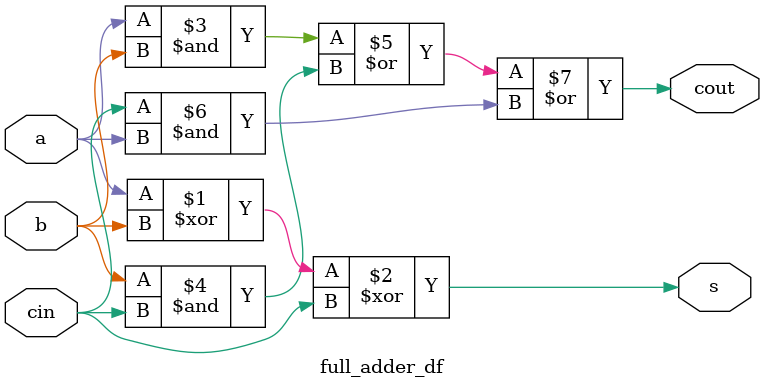
<source format=v>

`timescale 1ps / 1ps


module full_adder_df (s ,cout ,a ,b ,cin);

	input a ,b ,cin;
	output s ,cout;
	
	assign s = a^b^cin;
	assign cout = a&b | b&cin | cin&a;

endmodule

</source>
